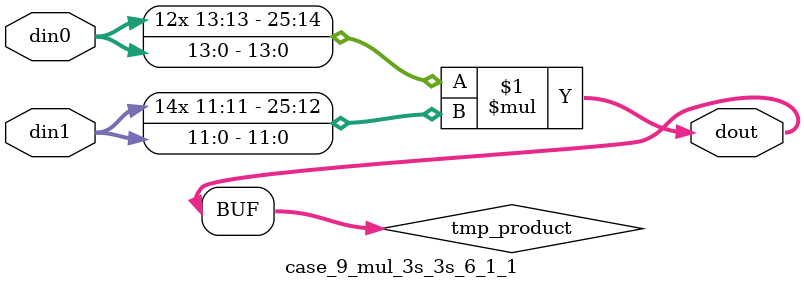
<source format=v>

`timescale 1 ns / 1 ps

 module case_9_mul_3s_3s_6_1_1(din0, din1, dout);
parameter ID = 1;
parameter NUM_STAGE = 0;
parameter din0_WIDTH = 14;
parameter din1_WIDTH = 12;
parameter dout_WIDTH = 26;

input [din0_WIDTH - 1 : 0] din0; 
input [din1_WIDTH - 1 : 0] din1; 
output [dout_WIDTH - 1 : 0] dout;

wire signed [dout_WIDTH - 1 : 0] tmp_product;



























assign tmp_product = $signed(din0) * $signed(din1);








assign dout = tmp_product;





















endmodule

</source>
